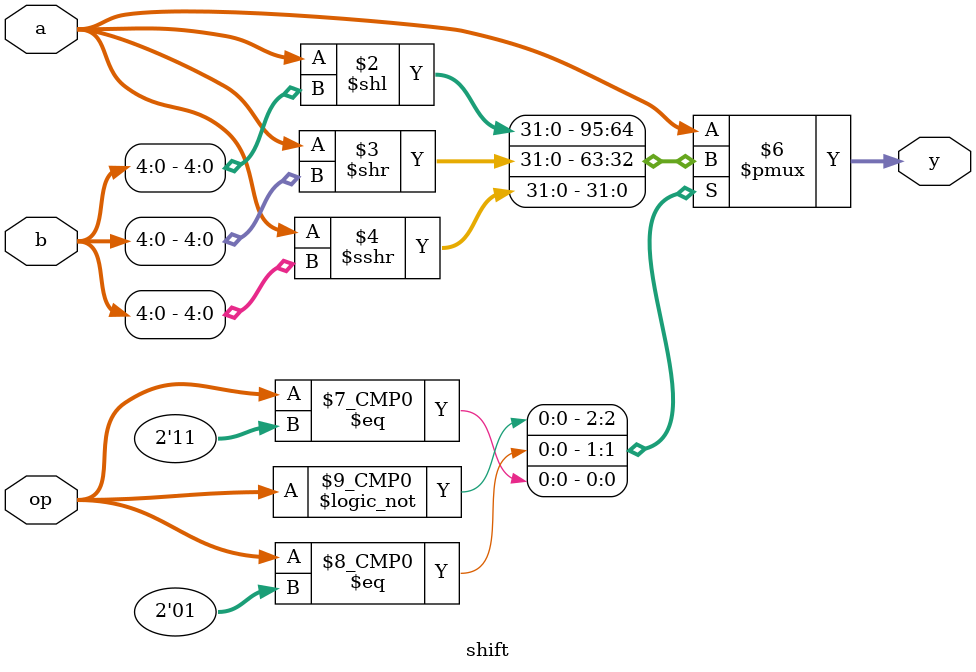
<source format=sv>
module shift(
    input logic [1:0] op,
    input logic [31:0] a,
    input logic [31:0] b,
    output logic [31:0] y
);

    always_comb begin
        case (op)
            2'b00:  // SLL
                y <= a << b[4:0];
            2'b01:  // SRL
                y <= a >> b[4:0];
            2'b11:  // SR w/ sign extend
                y <= signed' (a) >>> b[4:0];
            default:
                y <= a; 
        endcase
    end

endmodule
</source>
